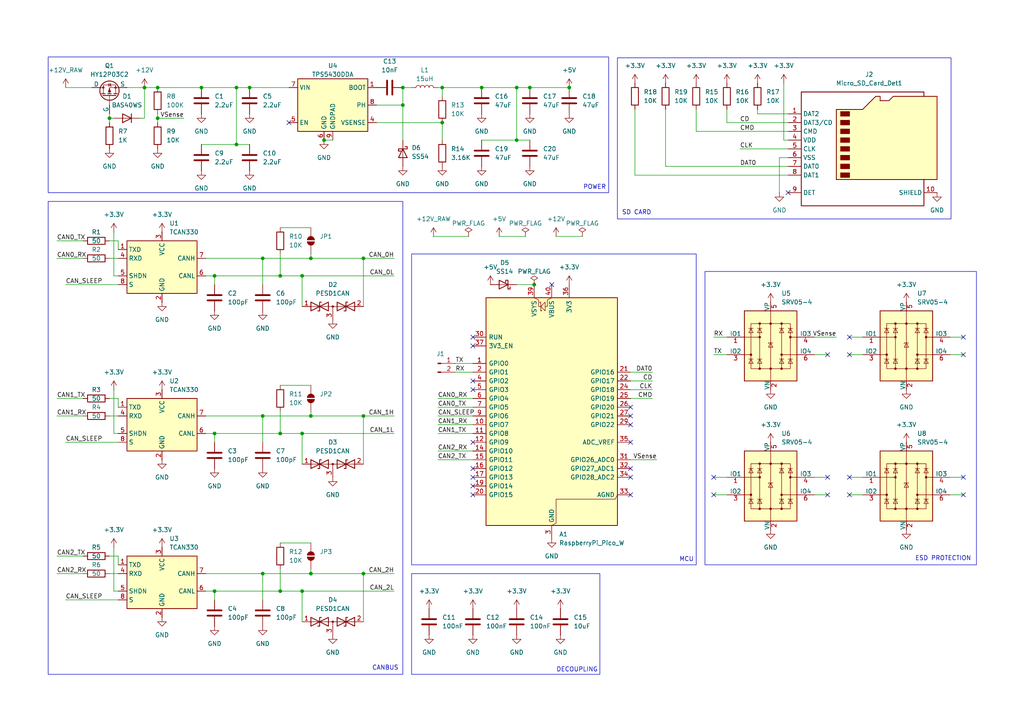
<source format=kicad_sch>
(kicad_sch (version 20250114) (generator "eeschema") (generator_version "9.0")
  (paper "A4")
  (rectangle (start 204.47 78.74) (end 283.21 163.83))
  (rectangle (start 13.97 58.42) (end 116.84 195.58))
  (rectangle (start 179.07 16.764) (end 275.844 63.5))
  (rectangle (start 119.38 166.37) (end 173.99 195.58))
  (rectangle (start 13.97 16.51) (end 176.53 55.88))
  (rectangle (start 119.38 73.66) (end 201.93 163.83))
  (text "ESD PROTECTION" (at 273.558 162.052 0) (effects (font (size 1.27 1.27))))
  (text "SD CARD" (at 184.658 61.722 0) (effects (font (size 1.27 1.27))))
  (text "DECOUPLING" (at 167.386 194.31 0) (effects (font (size 1.27 1.27))))
  (text "MCU" (at 199.136 162.306 0) (effects (font (size 1.27 1.27))))
  (text "CANBUS" (at 111.76 193.802 0) (effects (font (size 1.27 1.27))))
  (text "POWER" (at 172.466 54.356 0) (effects (font (size 1.27 1.27))))
  (junction (at 116.84 30.48))
  (junction (at 149.86 25.4))
  (junction (at 105.41 166.37))
  (junction (at 128.27 25.4))
  (junction (at 90.17 74.93))
  (junction (at 81.28 171.45))
  (junction (at 72.39 25.4))
  (junction (at 165.1 25.4))
  (junction (at 62.23 125.73))
  (junction (at 68.58 41.91))
  (junction (at 93.98 40.64))
  (junction (at 62.23 171.45))
  (junction (at 68.58 25.4))
  (junction (at 105.41 120.65))
  (junction (at 31.75 34.29))
  (junction (at 81.28 125.73))
  (junction (at 87.63 171.45))
  (junction (at 90.17 166.37))
  (junction (at 90.17 120.65))
  (junction (at 76.2 166.37))
  (junction (at 81.28 80.01))
  (junction (at 87.63 80.01))
  (junction (at 128.27 35.56))
  (junction (at 154.94 82.55))
  (junction (at 62.23 80.01))
  (junction (at 116.84 25.4))
  (junction (at 105.41 74.93))
  (junction (at 45.72 34.29))
  (junction (at 45.72 25.4))
  (junction (at 76.2 74.93))
  (junction (at 41.91 25.4))
  (junction (at 87.63 125.73))
  (junction (at 76.2 120.65))
  (junction (at 139.7 25.4))
  (junction (at 58.42 25.4))
  (junction (at 153.67 25.4))
  (junction (at 149.86 40.64))
  (no_connect (at 279.4 102.87))
  (no_connect (at 246.38 138.43))
  (no_connect (at 228.6 55.88))
  (no_connect (at 182.88 118.11))
  (no_connect (at 279.4 97.79))
  (no_connect (at 137.16 113.03))
  (no_connect (at 83.82 35.56))
  (no_connect (at 182.88 120.65))
  (no_connect (at 207.01 138.43))
  (no_connect (at 182.88 135.89))
  (no_connect (at 182.88 128.27))
  (no_connect (at 279.4 138.43))
  (no_connect (at 246.38 97.79))
  (no_connect (at 137.16 100.33))
  (no_connect (at 137.16 128.27))
  (no_connect (at 246.38 102.87))
  (no_connect (at 137.16 110.49))
  (no_connect (at 137.16 140.97))
  (no_connect (at 279.4 143.51))
  (no_connect (at 137.16 135.89))
  (no_connect (at 137.16 97.79))
  (no_connect (at 207.01 143.51))
  (no_connect (at 137.16 143.51))
  (no_connect (at 182.88 123.19))
  (no_connect (at 137.16 138.43))
  (no_connect (at 240.03 138.43))
  (no_connect (at 182.88 138.43))
  (no_connect (at 182.88 143.51))
  (no_connect (at 240.03 102.87))
  (no_connect (at 246.38 143.51))
  (no_connect (at 240.03 143.51))
  (no_connect (at 160.02 82.55))
  (wire (pts (xy 41.91 25.4) (xy 41.91 34.29)))
  (wire (pts (xy 149.86 82.55) (xy 154.94 82.55)))
  (wire (pts (xy 62.23 171.45) (xy 62.23 173.99)))
  (wire (pts (xy 34.29 161.29) (xy 34.29 163.83)))
  (wire (pts (xy 105.41 74.93) (xy 105.41 88.9)))
  (wire (pts (xy 240.03 143.51) (xy 236.22 143.51)))
  (wire (pts (xy 105.41 74.93) (xy 114.3 74.93)))
  (wire (pts (xy 81.28 80.01) (xy 87.63 80.01)))
  (wire (pts (xy 105.41 120.65) (xy 105.41 134.62)))
  (wire (pts (xy 109.22 35.56) (xy 128.27 35.56)))
  (wire (pts (xy 76.2 74.93) (xy 76.2 82.55)))
  (wire (pts (xy 153.67 25.4) (xy 165.1 25.4)))
  (wire (pts (xy 31.75 115.57) (xy 34.29 115.57)))
  (wire (pts (xy 227.33 24.13) (xy 227.33 40.64)))
  (wire (pts (xy 207.01 97.79) (xy 210.82 97.79)))
  (wire (pts (xy 246.38 143.51) (xy 250.19 143.51)))
  (wire (pts (xy 59.69 125.73) (xy 62.23 125.73)))
  (wire (pts (xy 105.41 120.65) (xy 114.3 120.65)))
  (wire (pts (xy 16.51 74.93) (xy 24.13 74.93)))
  (wire (pts (xy 90.17 166.37) (xy 105.41 166.37)))
  (wire (pts (xy 127 123.19) (xy 137.16 123.19)))
  (wire (pts (xy 190.5 133.35) (xy 182.88 133.35)))
  (wire (pts (xy 226.06 55.88) (xy 226.06 45.72)))
  (wire (pts (xy 31.75 166.37) (xy 34.29 166.37)))
  (wire (pts (xy 87.63 125.73) (xy 114.3 125.73)))
  (wire (pts (xy 127 120.65) (xy 137.16 120.65)))
  (wire (pts (xy 33.02 158.75) (xy 33.02 171.45)))
  (wire (pts (xy 242.57 97.79) (xy 236.22 97.79)))
  (wire (pts (xy 62.23 80.01) (xy 62.23 82.55)))
  (wire (pts (xy 189.23 115.57) (xy 182.88 115.57)))
  (wire (pts (xy 62.23 171.45) (xy 81.28 171.45)))
  (wire (pts (xy 31.75 69.85) (xy 34.29 69.85)))
  (wire (pts (xy 127 25.4) (xy 128.27 25.4)))
  (wire (pts (xy 184.15 31.75) (xy 184.15 50.8)))
  (wire (pts (xy 72.39 25.4) (xy 83.82 25.4)))
  (wire (pts (xy 59.69 74.93) (xy 76.2 74.93)))
  (wire (pts (xy 161.29 68.58) (xy 168.91 68.58)))
  (wire (pts (xy 45.72 34.29) (xy 45.72 33.02)))
  (wire (pts (xy 34.29 69.85) (xy 34.29 72.39)))
  (wire (pts (xy 153.67 40.64) (xy 149.86 40.64)))
  (wire (pts (xy 16.51 120.65) (xy 24.13 120.65)))
  (wire (pts (xy 68.58 41.91) (xy 72.39 41.91)))
  (wire (pts (xy 90.17 165.1) (xy 90.17 166.37)))
  (wire (pts (xy 59.69 171.45) (xy 62.23 171.45)))
  (wire (pts (xy 90.17 119.38) (xy 90.17 120.65)))
  (wire (pts (xy 81.28 119.38) (xy 81.28 125.73)))
  (wire (pts (xy 139.7 40.64) (xy 149.86 40.64)))
  (wire (pts (xy 36.83 25.4) (xy 41.91 25.4)))
  (wire (pts (xy 210.82 35.56) (xy 228.6 35.56)))
  (wire (pts (xy 81.28 125.73) (xy 87.63 125.73)))
  (wire (pts (xy 19.05 173.99) (xy 34.29 173.99)))
  (wire (pts (xy 193.04 48.26) (xy 228.6 48.26)))
  (wire (pts (xy 90.17 120.65) (xy 105.41 120.65)))
  (wire (pts (xy 33.02 171.45) (xy 34.29 171.45)))
  (wire (pts (xy 189.23 113.03) (xy 182.88 113.03)))
  (wire (pts (xy 87.63 125.73) (xy 87.63 134.62)))
  (wire (pts (xy 41.91 34.29) (xy 40.64 34.29)))
  (wire (pts (xy 33.02 67.31) (xy 33.02 80.01)))
  (wire (pts (xy 128.27 27.94) (xy 128.27 25.4)))
  (wire (pts (xy 87.63 171.45) (xy 114.3 171.45)))
  (wire (pts (xy 207.01 102.87) (xy 210.82 102.87)))
  (wire (pts (xy 53.34 34.29) (xy 45.72 34.29)))
  (wire (pts (xy 58.42 41.91) (xy 68.58 41.91)))
  (wire (pts (xy 81.28 171.45) (xy 87.63 171.45)))
  (wire (pts (xy 201.93 38.1) (xy 228.6 38.1)))
  (wire (pts (xy 116.84 30.48) (xy 109.22 30.48)))
  (wire (pts (xy 59.69 120.65) (xy 76.2 120.65)))
  (wire (pts (xy 184.15 50.8) (xy 228.6 50.8)))
  (wire (pts (xy 116.84 40.64) (xy 116.84 30.48)))
  (wire (pts (xy 189.23 107.95) (xy 182.88 107.95)))
  (wire (pts (xy 59.69 166.37) (xy 76.2 166.37)))
  (wire (pts (xy 127 115.57) (xy 137.16 115.57)))
  (wire (pts (xy 87.63 80.01) (xy 87.63 88.9)))
  (wire (pts (xy 76.2 120.65) (xy 76.2 128.27)))
  (wire (pts (xy 116.84 25.4) (xy 116.84 30.48)))
  (wire (pts (xy 31.75 34.29) (xy 31.75 35.56)))
  (wire (pts (xy 139.7 25.4) (xy 149.86 25.4)))
  (wire (pts (xy 58.42 25.4) (xy 68.58 25.4)))
  (wire (pts (xy 16.51 115.57) (xy 24.13 115.57)))
  (wire (pts (xy 207.01 138.43) (xy 210.82 138.43)))
  (wire (pts (xy 76.2 74.93) (xy 90.17 74.93)))
  (wire (pts (xy 16.51 161.29) (xy 24.13 161.29)))
  (wire (pts (xy 219.71 33.02) (xy 228.6 33.02)))
  (wire (pts (xy 81.28 73.66) (xy 81.28 80.01)))
  (wire (pts (xy 226.06 45.72) (xy 228.6 45.72)))
  (wire (pts (xy 227.33 40.64) (xy 228.6 40.64)))
  (wire (pts (xy 207.01 143.51) (xy 210.82 143.51)))
  (wire (pts (xy 128.27 25.4) (xy 139.7 25.4)))
  (wire (pts (xy 105.41 166.37) (xy 105.41 180.34)))
  (wire (pts (xy 105.41 166.37) (xy 114.3 166.37)))
  (wire (pts (xy 16.51 69.85) (xy 24.13 69.85)))
  (wire (pts (xy 31.75 161.29) (xy 34.29 161.29)))
  (wire (pts (xy 62.23 80.01) (xy 81.28 80.01)))
  (wire (pts (xy 31.75 34.29) (xy 31.75 33.02)))
  (wire (pts (xy 90.17 66.04) (xy 81.28 66.04)))
  (wire (pts (xy 93.98 40.64) (xy 96.52 40.64)))
  (wire (pts (xy 189.23 110.49) (xy 182.88 110.49)))
  (wire (pts (xy 279.4 143.51) (xy 275.59 143.51)))
  (wire (pts (xy 240.03 102.87) (xy 236.22 102.87)))
  (wire (pts (xy 68.58 25.4) (xy 72.39 25.4)))
  (wire (pts (xy 45.72 25.4) (xy 58.42 25.4)))
  (wire (pts (xy 193.04 31.75) (xy 193.04 48.26)))
  (wire (pts (xy 33.02 125.73) (xy 34.29 125.73)))
  (wire (pts (xy 149.86 40.64) (xy 149.86 25.4)))
  (wire (pts (xy 90.17 73.66) (xy 90.17 74.93)))
  (wire (pts (xy 219.71 31.75) (xy 219.71 33.02)))
  (wire (pts (xy 16.51 166.37) (xy 24.13 166.37)))
  (wire (pts (xy 76.2 166.37) (xy 90.17 166.37)))
  (wire (pts (xy 246.38 138.43) (xy 250.19 138.43)))
  (wire (pts (xy 132.08 105.41) (xy 137.16 105.41)))
  (wire (pts (xy 149.86 25.4) (xy 153.67 25.4)))
  (wire (pts (xy 127 133.35) (xy 137.16 133.35)))
  (wire (pts (xy 90.17 157.48) (xy 81.28 157.48)))
  (wire (pts (xy 246.38 97.79) (xy 250.19 97.79)))
  (wire (pts (xy 246.38 102.87) (xy 250.19 102.87)))
  (wire (pts (xy 87.63 171.45) (xy 87.63 180.34)))
  (wire (pts (xy 210.82 31.75) (xy 210.82 35.56)))
  (wire (pts (xy 90.17 74.93) (xy 105.41 74.93)))
  (wire (pts (xy 68.58 41.91) (xy 68.58 25.4)))
  (wire (pts (xy 31.75 120.65) (xy 34.29 120.65)))
  (wire (pts (xy 127 118.11) (xy 137.16 118.11)))
  (wire (pts (xy 76.2 166.37) (xy 76.2 173.99)))
  (wire (pts (xy 240.03 138.43) (xy 236.22 138.43)))
  (wire (pts (xy 62.23 125.73) (xy 62.23 128.27)))
  (wire (pts (xy 45.72 35.56) (xy 45.72 34.29)))
  (wire (pts (xy 76.2 120.65) (xy 90.17 120.65)))
  (wire (pts (xy 81.28 165.1) (xy 81.28 171.45)))
  (wire (pts (xy 34.29 115.57) (xy 34.29 118.11)))
  (wire (pts (xy 279.4 102.87) (xy 275.59 102.87)))
  (wire (pts (xy 127 130.81) (xy 137.16 130.81)))
  (wire (pts (xy 62.23 125.73) (xy 81.28 125.73)))
  (wire (pts (xy 33.02 80.01) (xy 34.29 80.01)))
  (wire (pts (xy 19.05 82.55) (xy 34.29 82.55)))
  (wire (pts (xy 128.27 40.64) (xy 128.27 35.56)))
  (wire (pts (xy 33.02 113.03) (xy 33.02 125.73)))
  (wire (pts (xy 90.17 111.76) (xy 81.28 111.76)))
  (wire (pts (xy 127 125.73) (xy 137.16 125.73)))
  (wire (pts (xy 33.02 34.29) (xy 31.75 34.29)))
  (wire (pts (xy 116.84 25.4) (xy 119.38 25.4)))
  (wire (pts (xy 214.63 43.18) (xy 228.6 43.18)))
  (wire (pts (xy 125.73 68.58) (xy 135.89 68.58)))
  (wire (pts (xy 87.63 80.01) (xy 114.3 80.01)))
  (wire (pts (xy 59.69 80.01) (xy 62.23 80.01)))
  (wire (pts (xy 201.93 31.75) (xy 201.93 38.1)))
  (wire (pts (xy 41.91 25.4) (xy 45.72 25.4)))
  (wire (pts (xy 132.08 107.95) (xy 137.16 107.95)))
  (wire (pts (xy 31.75 74.93) (xy 34.29 74.93)))
  (wire (pts (xy 19.05 128.27) (xy 34.29 128.27)))
  (wire (pts (xy 279.4 138.43) (xy 275.59 138.43)))
  (wire (pts (xy 26.67 25.4) (xy 19.05 25.4)))
  (wire (pts (xy 144.78 68.58) (xy 152.4 68.58)))
  (wire (pts (xy 279.4 97.79) (xy 275.59 97.79)))
  (label "CMD" (at 189.23 115.57 180))
  (label "CAN0_RX" (at 127 115.57 0))
  (label "DAT0" (at 189.23 107.95 180))
  (label "CAN1_RX" (at 16.51 120.65 0))
  (label "CAN_SLEEP" (at 19.05 173.99 0))
  (label "VSense" (at 190.5 133.35 180))
  (label "RX" (at 207.01 97.79 0))
  (label "CAN2_TX" (at 16.51 161.29 0))
  (label "CAN_1L" (at 114.3 125.73 180))
  (label "CAN0_TX" (at 16.51 69.85 0))
  (label "CAN2_RX" (at 16.51 166.37 0))
  (label "CAN_1H" (at 114.3 120.65 180))
  (label "CAN0_RX" (at 16.51 74.93 0))
  (label "RX" (at 132.08 107.95 0))
  (label "CAN_2H" (at 114.3 166.37 180))
  (label "CAN_SLEEP" (at 19.05 82.55 0))
  (label "DAT0" (at 214.63 48.26 0))
  (label "CLK" (at 189.23 113.03 180))
  (label "VSense" (at 242.57 97.79 180))
  (label "CMD" (at 214.63 38.1 0))
  (label "CAN1_TX" (at 16.51 115.57 0))
  (label "CAN2_TX" (at 127 133.35 0))
  (label "CD" (at 214.63 35.56 0))
  (label "CAN2_RX" (at 127 130.81 0))
  (label "CAN_SLEEP" (at 19.05 128.27 0))
  (label "VSense" (at 53.34 34.29 180))
  (label "CAN_0H" (at 114.3 74.93 180))
  (label "CAN0_TX" (at 127 118.11 0))
  (label "CLK" (at 214.63 43.18 0))
  (label "TX" (at 132.08 105.41 0))
  (label "CAN_2L" (at 114.3 171.45 180))
  (label "TX" (at 207.01 102.87 0))
  (label "CAN1_TX" (at 127 125.73 0))
  (label "CD" (at 189.23 110.49 180))
  (label "CAN1_RX" (at 127 123.19 0))
  (label "CAN_0L" (at 114.3 80.01 180))
  (label "CAN_SLEEP" (at 127 120.65 0))
  (symbol (lib_id "power:GND") (at 139.7 48.26 0) (unit 1)
    (property "Reference" "#PWR011" (effects (hide yes)))
    (property "Value" "GND" (at 139.7 53.34 0))
    (property "Description" "Power symbol creates a global label with name \"GND\" , ground" (effects (hide yes)))
  )
  (symbol (lib_id "power:+3.3V") (at 33.02 113.03 0) (unit 1)
    (property "Reference" "#PWR046" (effects (hide yes)))
    (property "Value" "+3.3V" (at 33.02 107.95 0))
    (property "Description" "Power symbol creates a global label with name \"+3.3V\"" (effects (hide yes)))
  )
  (symbol (lib_id "power:+3.3V") (at 46.99 113.03 0) (unit 1)
    (property "Reference" "#PWR047" (effects (hide yes)))
    (property "Value" "+3.3V" (at 46.99 107.95 0))
    (property "Description" "Power symbol creates a global label with name \"+3.3V\"" (effects (hide yes)))
  )
  (symbol (lib_id "power:PWR_FLAG") (at 152.4 68.58 0) (unit 1)
    (property "Reference" "#FLG04" (effects (hide yes)))
    (property "Value" "PWR_FLAG" (at 152.4 64.77 0))
    (property "Description" "Special symbol for telling ERC where power comes from" (effects (hide yes)))
  )
  (symbol (lib_id "Device:C") (at 58.42 45.72 0) (unit 1)
    (property "Reference" "C9" (at 62.23 44.4499 0) (effects (justify left)))
    (property "Value" "2.2uF" (at 62.23 46.9899 0) (effects (justify left)))
    (property "Footprint" "Capacitor_SMD:C_0805_2012Metric" (effects (hide yes)))
    (property "Description" "Unpolarized capacitor" (effects (hide yes)))
  )
  (symbol (lib_id "Device:L") (at 123.19 25.4 90) (unit 1)
    (property "Reference" "L1" (at 123.19 20.32 90))
    (property "Value" "15uH" (at 123.19 22.86 90))
    (property "Footprint" "Inductor_SMD:L_10.4x10.4_H4.8" (effects (hide yes)))
    (property "Description" "Inductor" (effects (hide yes)))
  )
  (symbol (lib_id "power:GND") (at 58.42 33.02 0) (unit 1)
    (property "Reference" "#PWR06" (effects (hide yes)))
    (property "Value" "GND" (at 58.42 38.1 0))
    (property "Description" "Power symbol creates a global label with name \"GND\" , ground" (effects (hide yes)))
  )
  (symbol (lib_id "Device:C") (at 124.46 180.34 0) (unit 1)
    (property "Reference" "C11" (at 128.27 179.0699 0) (effects (justify left)))
    (property "Value" "100nF" (at 128.27 181.6099 0) (effects (justify left)))
    (property "Footprint" "Capacitor_SMD:C_0402_1005Metric" (effects (hide yes)))
    (property "Description" "Unpolarized capacitor" (effects (hide yes)))
    (property "LCSC" "C1525" (effects (hide yes)))
  )
  (symbol (lib_id "Device:R") (at 184.15 27.94 0) (unit 1)
    (property "Reference" "R18" (at 186.69 26.6699 0) (effects (justify left)))
    (property "Value" "10K" (at 186.69 29.2099 0) (effects (justify left)))
    (property "Footprint" "Resistor_SMD:R_0402_1005Metric" (effects (hide yes)))
    (property "Description" "Resistor" (effects (hide yes)))
  )
  (symbol (lib_id "power:GND") (at 124.46 184.15 0) (unit 1)
    (property "Reference" "#PWR029" (effects (hide yes)))
    (property "Value" "GND" (at 124.46 189.23 0))
    (property "Description" "Power symbol creates a global label with name \"GND\" , ground" (effects (hide yes)))
  )
  (symbol (lib_id "power:+5V") (at 142.24 82.55 0) (unit 1)
    (property "Reference" "#PWR030" (effects (hide yes)))
    (property "Value" "+5V" (at 142.24 77.47 0))
    (property "Description" "Power symbol creates a global label with name \"+5V\"" (effects (hide yes)))
  )
  (symbol (lib_id "Device:R") (at 128.27 44.45 0) (unit 1)
    (property "Reference" "R14" (at 130.81 43.1799 0) (effects (justify left)))
    (property "Value" "3.16K" (at 130.81 45.7199 0) (effects (justify left)))
    (property "Footprint" "Resistor_SMD:R_0402_1005Metric" (effects (hide yes)))
    (property "Description" "Resistor" (effects (hide yes)))
  )
  (symbol (lib_id "Device:C") (at 113.03 25.4 90) (unit 1)
    (property "Reference" "C13" (at 113.03 17.78 90))
    (property "Value" "10nF" (at 113.03 20.32 90))
    (property "Footprint" "Capacitor_SMD:C_0402_1005Metric" (effects (hide yes)))
    (property "Description" "Unpolarized capacitor" (effects (hide yes)))
  )
  (symbol (lib_id "Device:C") (at 149.86 180.34 0) (unit 1)
    (property "Reference" "C14" (at 153.67 179.0699 0) (effects (justify left)))
    (property "Value" "100nF" (at 153.67 181.6099 0) (effects (justify left)))
    (property "Footprint" "Capacitor_SMD:C_0402_1005Metric" (effects (hide yes)))
    (property "Description" "Unpolarized capacitor" (effects (hide yes)))
    (property "LCSC" "C1525" (effects (hide yes)))
  )
  (symbol (lib_id "Device:R") (at 27.94 166.37 90) (unit 1)
    (property "Reference" "R6" (at 27.94 163.83 90))
    (property "Value" "50" (at 27.94 166.37 90))
    (property "Footprint" "Resistor_SMD:R_0402_1005Metric" (effects (hide yes)))
    (property "Description" "Resistor" (effects (hide yes)))
  )
  (symbol (lib_id "power:+3.3V") (at 46.99 67.31 0) (unit 1)
    (property "Reference" "#PWR020" (effects (hide yes)))
    (property "Value" "+3.3V" (at 46.99 62.23 0))
    (property "Description" "Power symbol creates a global label with name \"+3.3V\"" (effects (hide yes)))
  )
  (symbol (lib_id "power:+3.3V") (at 262.89 87.63 0) (unit 1)
    (property "Reference" "#PWR031" (effects (hide yes)))
    (property "Value" "+3.3V" (at 262.89 82.55 0))
    (property "Description" "Power symbol creates a global label with name \"+3.3V\"" (effects (hide yes)))
  )
  (symbol (lib_id "power:GND") (at 262.89 153.67 0) (unit 1)
    (property "Reference" "#PWR065" (effects (hide yes)))
    (property "Value" "GND" (at 262.89 158.75 0))
    (property "Description" "Power symbol creates a global label with name \"GND\" , ground" (effects (hide yes)))
  )
  (symbol (lib_id "Device:R") (at 31.75 39.37 0) (unit 1)
    (property "Reference" "R7" (at 34.29 38.0999 0) (effects (justify left)))
    (property "Value" "1K" (at 34.29 40.6399 0) (effects (justify left)))
    (property "Footprint" "Resistor_SMD:R_0402_1005Metric" (effects (hide yes)))
    (property "Description" "Resistor" (effects (hide yes)))
  )
  (symbol (lib_id "power:+3.3V") (at 262.89 128.27 0) (unit 1)
    (property "Reference" "#PWR064" (effects (hide yes)))
    (property "Value" "+3.3V" (at 262.89 123.19 0))
    (property "Description" "Power symbol creates a global label with name \"+3.3V\"" (effects (hide yes)))
  )
  (symbol (lib_id "power:+3.3V") (at 227.33 24.13 0) (unit 1)
    (property "Reference" "#PWR034" (effects (hide yes)))
    (property "Value" "+3.3V" (at 227.33 19.05 0))
    (property "Description" "Power symbol creates a global label with name \"+3.3V\"" (effects (hide yes)))
  )
  (symbol (lib_id "Device:C") (at 139.7 44.45 0) (unit 1)
    (property "Reference" "C19" (at 143.51 43.1799 0) (effects (justify left)))
    (property "Value" "47uF" (at 143.51 45.7199 0) (effects (justify left)))
    (property "Footprint" "Capacitor_SMD:C_0805_2012Metric" (effects (hide yes)))
    (property "Description" "Unpolarized capacitor" (effects (hide yes)))
  )
  (symbol (lib_id "Device:D_TVS_Dual_AAC") (at 96.52 134.62 0) (unit 1)
    (property "Reference" "D3" (at 96.52 128.27 0))
    (property "Value" "PESD1CAN" (at 96.52 130.81 0))
    (property "Footprint" "Package_TO_SOT_SMD:SOT-23" (effects (hide yes)))
    (property "Description" "Bidirectional dual transient-voltage-suppression diode, center on pin 3" (effects (hide yes)))
    (property "LCSC" "C907839" (effects (hide yes)))
  )
  (symbol (lib_id "Regulator_Switching:TPS5430DDA") (at 96.52 30.48 0) (unit 1)
    (property "Reference" "U4" (at 96.52 19.05 0))
    (property "Value" "TPS5430DDA" (at 96.52 21.59 0))
    (property "Footprint" "Package_SO:TI_SO-PowerPAD-8_ThermalVias" (effects (hide yes)))
    (property "Datasheet" "http://www.ti.com/lit/ds/symlink/tps5430.pdf" (effects (hide yes)))
    (property "Description" "3A, Step Down Swift Converter, Adjustable Output Voltage, 5.5-36V Input Voltage, PowerSO-8" (effects (hide yes)))
  )
  (symbol (lib_id "power:+3.3V") (at 223.52 87.63 0) (unit 1)
    (property "Reference" "#PWR045" (effects (hide yes)))
    (property "Value" "+3.3V" (at 223.52 82.55 0))
    (property "Description" "Power symbol creates a global label with name \"+3.3V\"" (effects (hide yes)))
  )
  (symbol (lib_id "power:GND") (at 137.16 184.15 0) (unit 1)
    (property "Reference" "#PWR028" (effects (hide yes)))
    (property "Value" "GND" (at 137.16 189.23 0))
    (property "Description" "Power symbol creates a global label with name \"GND\" , ground" (effects (hide yes)))
  )
  (symbol (lib_id "power:GND") (at 271.78 55.88 0) (unit 1)
    (property "Reference" "#PWR061" (effects (hide yes)))
    (property "Value" "GND" (at 271.78 60.96 0))
    (property "Description" "Power symbol creates a global label with name \"GND\" , ground" (effects (hide yes)))
  )
  (symbol (lib_id "power:GND") (at 226.06 55.88 0) (unit 1)
    (property "Reference" "#PWR062" (effects (hide yes)))
    (property "Value" "GND" (at 226.06 60.96 0))
    (property "Description" "Power symbol creates a global label with name \"GND\" , ground" (effects (hide yes)))
  )
  (symbol (lib_id "power:+3.3V") (at 184.15 24.13 0) (unit 1)
    (property "Reference" "#PWR038" (effects (hide yes)))
    (property "Value" "+3.3V" (at 184.15 19.05 0))
    (property "Description" "Power symbol creates a global label with name \"+3.3V\"" (effects (hide yes)))
  )
  (symbol (lib_id "Power_Protection:SRV05-4") (at 262.89 100.33 0) (unit 1)
    (property "Reference" "U7" (at 266.0081 85.09 0) (effects (justify left)))
    (property "Value" "SRV05-4" (at 266.0081 87.63 0) (effects (justify left)))
    (property "Footprint" "Package_TO_SOT_SMD:SOT-23-6" (effects (hide yes)))
    (property "Datasheet" "http://www.onsemi.com/pub/Collateral/SRV05-4-D.PDF" (effects (hide yes)))
    (property "Description" "ESD Protection Diodes with Low Clamping Voltage, SOT-23-6" (effects (hide yes)))
  )
  (symbol (lib_id "power:GND") (at 153.67 33.02 0) (unit 1)
    (property "Reference" "#PWR09" (effects (hide yes)))
    (property "Value" "GND" (at 153.67 38.1 0))
    (property "Description" "Power symbol creates a global label with name \"GND\" , ground" (effects (hide yes)))
  )
  (symbol (lib_id "Device:R") (at 81.28 115.57 0) (unit 1)
    (property "Reference" "R11" (at 83.82 114.2999 0) (effects (justify left)))
    (property "Value" "10K" (at 83.82 116.8399 0) (effects (justify left)))
    (property "Footprint" "Resistor_SMD:R_0402_1005Metric" (effects (hide yes)))
    (property "Description" "Resistor" (effects (hide yes)))
  )
  (symbol (lib_id "power:GND") (at 96.52 184.15 0) (unit 1)
    (property "Reference" "#PWR055" (effects (hide yes)))
    (property "Value" "GND" (at 96.52 189.23 0))
    (property "Description" "Power symbol creates a global label with name \"GND\" , ground" (effects (hide yes)))
  )
  (symbol (lib_id "power:GND") (at 223.52 153.67 0) (unit 1)
    (property "Reference" "#PWR063" (effects (hide yes)))
    (property "Value" "GND" (at 223.52 158.75 0))
    (property "Description" "Power symbol creates a global label with name \"GND\" , ground" (effects (hide yes)))
  )
  (symbol (lib_id "power:GND") (at 72.39 49.53 0) (unit 1)
    (property "Reference" "#PWR03" (effects (hide yes)))
    (property "Value" "GND" (at 72.39 54.61 0))
    (property "Description" "Power symbol creates a global label with name \"GND\" , ground" (effects (hide yes)))
  )
  (symbol (lib_id "Connector:Conn_01x02_Pin") (at 127 105.41 0) (unit 1)
    (property "Reference" "J1" (at 127.762 102.616 0))
    (property "Value" "Conn_01x02_Pin" (effects (hide yes)))
    (property "Footprint" "Connector_JST:JST_XH_B2B-XH-A_1x02_P2.50mm_Vertical" (effects (hide yes)))
    (property "Description" "Generic connector, single row, 01x02, script generated" (effects (hide yes)))
  )
  (symbol (lib_id "Device:C") (at 139.7 29.21 0) (unit 1)
    (property "Reference" "C16" (at 143.51 27.9399 0) (effects (justify left)))
    (property "Value" "47uF" (at 143.51 30.4799 0) (effects (justify left)))
    (property "Footprint" "Capacitor_SMD:C_0805_2012Metric" (effects (hide yes)))
    (property "Description" "Unpolarized capacitor" (effects (hide yes)))
  )
  (symbol (lib_id "power:GND") (at 116.84 48.26 0) (unit 1)
    (property "Reference" "#PWR02" (effects (hide yes)))
    (property "Value" "GND" (at 116.84 53.34 0))
    (property "Description" "Power symbol creates a global label with name \"GND\" , ground" (effects (hide yes)))
  )
  (symbol (lib_id "power:+3.3V") (at 137.16 176.53 0) (unit 1)
    (property "Reference" "#PWR026" (effects (hide yes)))
    (property "Value" "+3.3V" (at 137.16 171.45 0))
    (property "Description" "Power symbol creates a global label with name \"+3.3V\"" (effects (hide yes)))
  )
  (symbol (lib_id "Device:R") (at 45.72 39.37 0) (unit 1)
    (property "Reference" "R9" (at 48.26 38.0999 0) (effects (justify left)))
    (property "Value" "10K" (at 48.26 40.6399 0) (effects (justify left)))
    (property "Footprint" "Resistor_SMD:R_0402_1005Metric" (effects (hide yes)))
    (property "Description" "Resistor" (effects (hide yes)))
  )
  (symbol (lib_id "Device:R") (at 128.27 31.75 0) (unit 1)
    (property "Reference" "R13" (at 130.81 30.4799 0) (effects (justify left)))
    (property "Value" "10K" (at 130.81 33.0199 0) (effects (justify left)))
    (property "Footprint" "Resistor_SMD:R_0402_1005Metric" (effects (hide yes)))
    (property "Description" "Resistor" (effects (hide yes)))
  )
  (symbol (lib_id "power:PWR_FLAG") (at 168.91 68.58 0) (unit 1)
    (property "Reference" "#FLG02" (effects (hide yes)))
    (property "Value" "PWR_FLAG" (at 168.91 64.77 0))
    (property "Description" "Special symbol for telling ERC where power comes from" (effects (hide yes)))
  )
  (symbol (lib_id "power:GND") (at 153.67 48.26 0) (unit 1)
    (property "Reference" "#PWR012" (effects (hide yes)))
    (property "Value" "GND" (at 153.67 53.34 0))
    (property "Description" "Power symbol creates a global label with name \"GND\" , ground" (effects (hide yes)))
  )
  (symbol (lib_id "Device:D_TVS_Dual_AAC") (at 96.52 180.34 0) (unit 1)
    (property "Reference" "D4" (at 96.52 173.99 0))
    (property "Value" "PESD1CAN" (at 96.52 176.53 0))
    (property "Footprint" "Package_TO_SOT_SMD:SOT-23" (effects (hide yes)))
    (property "Description" "Bidirectional dual transient-voltage-suppression diode, center on pin 3" (effects (hide yes)))
    (property "LCSC" "C907839" (effects (hide yes)))
  )
  (symbol (lib_id "power:+12V") (at 161.29 68.58 0) (unit 1)
    (property "Reference" "#PWR053" (effects (hide yes)))
    (property "Value" "+12V" (at 161.29 63.5 0))
    (property "Description" "Power symbol creates a global label with name \"+12V\"" (effects (hide yes)))
  )
  (symbol (lib_id "power:+3.3V") (at 210.82 24.13 0) (unit 1)
    (property "Reference" "#PWR040" (effects (hide yes)))
    (property "Value" "+3.3V" (at 210.82 19.05 0))
    (property "Description" "Power symbol creates a global label with name \"+3.3V\"" (effects (hide yes)))
  )
  (symbol (lib_id "power:GND") (at 139.7 33.02 0) (unit 1)
    (property "Reference" "#PWR08" (effects (hide yes)))
    (property "Value" "GND" (at 139.7 38.1 0))
    (property "Description" "Power symbol creates a global label with name \"GND\" , ground" (effects (hide yes)))
  )
  (symbol (lib_id "Device:C") (at 76.2 177.8 0) (unit 1)
    (property "Reference" "C8" (at 80.01 176.5299 0) (effects (justify left)))
    (property "Value" "100pF" (at 80.01 179.0699 0) (effects (justify left)))
    (property "Footprint" "Capacitor_SMD:C_0402_1005Metric" (effects (hide yes)))
    (property "Description" "Unpolarized capacitor" (effects (hide yes)))
    (property "LCSC" "C1546" (effects (hide yes)))
  )
  (symbol (lib_id "power:PWR_FLAG") (at 135.89 68.58 0) (unit 1)
    (property "Reference" "#FLG01" (effects (hide yes)))
    (property "Value" "PWR_FLAG" (at 135.89 64.77 0))
    (property "Description" "Special symbol for telling ERC where power comes from" (effects (hide yes)))
  )
  (symbol (lib_id "Power_Protection:SRV05-4") (at 223.52 140.97 0) (unit 1)
    (property "Reference" "U6" (at 226.6381 125.73 0) (effects (justify left)))
    (property "Value" "SRV05-4" (at 226.6381 128.27 0) (effects (justify left)))
    (property "Footprint" "Package_TO_SOT_SMD:SOT-23-6" (effects (hide yes)))
    (property "Datasheet" "http://www.onsemi.com/pub/Collateral/SRV05-4-D.PDF" (effects (hide yes)))
    (property "Description" "ESD Protection Diodes with Low Clamping Voltage, SOT-23-6" (effects (hide yes)))
  )
  (symbol (lib_id "power:GND") (at 62.23 135.89 0) (unit 1)
    (property "Reference" "#PWR049" (effects (hide yes)))
    (property "Value" "GND" (at 62.23 140.97 0))
    (property "Description" "Power symbol creates a global label with name \"GND\" , ground" (effects (hide yes)))
  )
  (symbol (lib_id "power:+5V") (at 165.1 25.4 0) (unit 1)
    (property "Reference" "#PWR016" (effects (hide yes)))
    (property "Value" "+5V" (at 165.1 20.32 0))
    (property "Description" "Power symbol creates a global label with name \"+5V\"" (effects (hide yes)))
  )
  (symbol (lib_id "Device:R") (at 27.94 120.65 90) (unit 1)
    (property "Reference" "R4" (at 27.94 118.11 90))
    (property "Value" "50" (at 27.94 120.65 90))
    (property "Footprint" "Resistor_SMD:R_0402_1005Metric" (effects (hide yes)))
    (property "Description" "Resistor" (effects (hide yes)))
  )
  (symbol (lib_id "Device:D_Schottky") (at 116.84 44.45 270) (unit 1)
    (property "Reference" "D6" (at 119.38 42.8624 90) (effects (justify left)))
    (property "Value" "SS54" (at 119.38 45.4024 90) (effects (justify left)))
    (property "Footprint" "Diode_SMD:D_SMA" (effects (hide yes)))
    (property "Description" "Schottky diode" (effects (hide yes)))
    (property "LCSC" "C22452" (effects (hide yes)))
  )
  (symbol (lib_id "Power_Protection:SRV05-4") (at 262.89 140.97 0) (unit 1)
    (property "Reference" "U8" (at 266.0081 125.73 0) (effects (justify left)))
    (property "Value" "SRV05-4" (at 266.0081 128.27 0) (effects (justify left)))
    (property "Footprint" "Package_TO_SOT_SMD:SOT-23-6" (effects (hide yes)))
    (property "Datasheet" "http://www.onsemi.com/pub/Collateral/SRV05-4-D.PDF" (effects (hide yes)))
    (property "Description" "ESD Protection Diodes with Low Clamping Voltage, SOT-23-6" (effects (hide yes)))
  )
  (symbol (lib_id "Device:R") (at 193.04 27.94 0) (unit 1)
    (property "Reference" "R19" (at 195.58 26.6699 0) (effects (justify left)))
    (property "Value" "10K" (at 195.58 29.2099 0) (effects (justify left)))
    (property "Footprint" "Resistor_SMD:R_0402_1005Metric" (effects (hide yes)))
    (property "Description" "Resistor" (effects (hide yes)))
  )
  (symbol (lib_id "Interface_CAN_LIN:TCAN330") (at 46.99 168.91 0) (unit 1)
    (property "Reference" "U3" (at 49.1333 156.21 0) (effects (justify left)))
    (property "Value" "TCAN330" (at 49.1333 158.75 0) (effects (justify left)))
    (property "Footprint" "Package_SO:JEITA_SOIC-8_3.9x4.9mm_P1.27mm" (effects (hide yes)))
    (property "Datasheet" "http://www.ti.com/lit/ds/symlink/tcan337.pdf" (effects (hide yes)))
    (property "Description" "High-Speed CAN Transceiver, 1Mbps, 3.3V supply, silent mode, shutdown mode, SOT-23-8/SOIC-8" (effects (hide yes)))
  )
  (symbol (lib_id "power:GND") (at 160.02 156.21 0) (unit 1)
    (property "Reference" "#PWR018" (effects (hide yes)))
    (property "Value" "GND" (at 160.02 161.29 0))
    (property "Description" "Power symbol creates a global label with name \"GND\" , ground" (effects (hide yes)))
  )
  (symbol (lib_id "power:GND") (at 62.23 90.17 0) (unit 1)
    (property "Reference" "#PWR024" (effects (hide yes)))
    (property "Value" "GND" (at 62.23 95.25 0))
    (property "Description" "Power symbol creates a global label with name \"GND\" , ground" (effects (hide yes)))
  )
  (symbol (lib_id "power:GND") (at 96.52 92.71 0) (unit 1)
    (property "Reference" "#PWR023" (effects (hide yes)))
    (property "Value" "GND" (at 96.52 97.79 0))
    (property "Description" "Power symbol creates a global label with name \"GND\" , ground" (effects (hide yes)))
  )
  (symbol (lib_id "power:GND") (at 162.56 184.15 0) (unit 1)
    (property "Reference" "#PWR036" (effects (hide yes)))
    (property "Value" "GND" (at 162.56 189.23 0))
    (property "Description" "Power symbol creates a global label with name \"GND\" , ground" (effects (hide yes)))
  )
  (symbol (lib_id "power:+3.3V") (at 33.02 158.75 0) (unit 1)
    (property "Reference" "#PWR056" (effects (hide yes)))
    (property "Value" "+3.3V" (at 33.02 153.67 0))
    (property "Description" "Power symbol creates a global label with name \"+3.3V\"" (effects (hide yes)))
  )
  (symbol (lib_id "power:GND") (at 93.98 40.64 0) (unit 1)
    (property "Reference" "#PWR01" (effects (hide yes)))
    (property "Value" "GND" (at 93.98 45.72 0))
    (property "Description" "Power symbol creates a global label with name \"GND\" , ground" (effects (hide yes)))
  )
  (symbol (lib_id "power:GND") (at 76.2 90.17 0) (unit 1)
    (property "Reference" "#PWR025" (effects (hide yes)))
    (property "Value" "GND" (at 76.2 95.25 0))
    (property "Description" "Power symbol creates a global label with name \"GND\" , ground" (effects (hide yes)))
  )
  (symbol (lib_id "power:GND") (at 76.2 135.89 0) (unit 1)
    (property "Reference" "#PWR050" (effects (hide yes)))
    (property "Value" "GND" (at 76.2 140.97 0))
    (property "Description" "Power symbol creates a global label with name \"GND\" , ground" (effects (hide yes)))
  )
  (symbol (lib_id "Device:R") (at 27.94 69.85 90) (unit 1)
    (property "Reference" "R1" (at 27.94 67.31 90))
    (property "Value" "50" (at 27.94 69.85 90))
    (property "Footprint" "Resistor_SMD:R_0402_1005Metric" (effects (hide yes)))
    (property "Description" "Resistor" (effects (hide yes)))
  )
  (symbol (lib_id "power:+3.3V") (at 124.46 176.53 0) (unit 1)
    (property "Reference" "#PWR027" (effects (hide yes)))
    (property "Value" "+3.3V" (at 124.46 171.45 0))
    (property "Description" "Power symbol creates a global label with name \"+3.3V\"" (effects (hide yes)))
  )
  (symbol (lib_id "Power_Protection:SRV05-4") (at 223.52 100.33 0) (unit 1)
    (property "Reference" "U5" (at 226.6381 85.09 0) (effects (justify left)))
    (property "Value" "SRV05-4" (at 226.6381 87.63 0) (effects (justify left)))
    (property "Footprint" "Package_TO_SOT_SMD:SOT-23-6" (effects (hide yes)))
    (property "Datasheet" "http://www.onsemi.com/pub/Collateral/SRV05-4-D.PDF" (effects (hide yes)))
    (property "Description" "ESD Protection Diodes with Low Clamping Voltage, SOT-23-6" (effects (hide yes)))
  )
  (symbol (lib_id "Interface_CAN_LIN:TCAN330") (at 46.99 77.47 0) (unit 1)
    (property "Reference" "U1" (at 49.1333 64.77 0) (effects (justify left)))
    (property "Value" "TCAN330" (at 49.1333 67.31 0) (effects (justify left)))
    (property "Footprint" "Package_SO:JEITA_SOIC-8_3.9x4.9mm_P1.27mm" (effects (hide yes)))
    (property "Datasheet" "http://www.ti.com/lit/ds/symlink/tcan337.pdf" (effects (hide yes)))
    (property "Description" "High-Speed CAN Transceiver, 1Mbps, 3.3V supply, silent mode, shutdown mode, SOT-23-8/SOIC-8" (effects (hide yes)))
  )
  (symbol (lib_id "Device:R") (at 210.82 27.94 0) (unit 1)
    (property "Reference" "R16" (at 213.36 26.6699 0) (effects (justify left)))
    (property "Value" "10K" (at 213.36 29.2099 0) (effects (justify left)))
    (property "Footprint" "Resistor_SMD:R_0402_1005Metric" (effects (hide yes)))
    (property "Description" "Resistor" (effects (hide yes)))
  )
  (symbol (lib_id "Device:C") (at 76.2 132.08 0) (unit 1)
    (property "Reference" "C7" (at 80.01 130.8099 0) (effects (justify left)))
    (property "Value" "100pF" (at 80.01 133.3499 0) (effects (justify left)))
    (property "Footprint" "Capacitor_SMD:C_0402_1005Metric" (effects (hide yes)))
    (property "Description" "Unpolarized capacitor" (effects (hide yes)))
    (property "LCSC" "C1546" (effects (hide yes)))
  )
  (symbol (lib_id "power:+3.3V") (at 46.99 158.75 0) (unit 1)
    (property "Reference" "#PWR057" (effects (hide yes)))
    (property "Value" "+3.3V" (at 46.99 153.67 0))
    (property "Description" "Power symbol creates a global label with name \"+3.3V\"" (effects (hide yes)))
  )
  (symbol (lib_id "Device:C") (at 153.67 44.45 0) (unit 1)
    (property "Reference" "C20" (at 157.48 43.1799 0) (effects (justify left)))
    (property "Value" "47uF" (at 157.48 45.7199 0) (effects (justify left)))
    (property "Footprint" "Capacitor_SMD:C_0805_2012Metric" (effects (hide yes)))
    (property "Description" "Unpolarized capacitor" (effects (hide yes)))
  )
  (symbol (lib_id "Device:R") (at 27.94 161.29 90) (unit 1)
    (property "Reference" "R5" (at 27.94 158.75 90))
    (property "Value" "50" (at 27.94 161.29 90))
    (property "Footprint" "Resistor_SMD:R_0402_1005Metric" (effects (hide yes)))
    (property "Description" "Resistor" (effects (hide yes)))
  )
  (symbol (lib_id "power:GND") (at 58.42 49.53 0) (unit 1)
    (property "Reference" "#PWR04" (effects (hide yes)))
    (property "Value" "GND" (at 58.42 54.61 0))
    (property "Description" "Power symbol creates a global label with name \"GND\" , ground" (effects (hide yes)))
  )
  (symbol (lib_id "Connector:Micro_SD_Card_Det1") (at 251.46 43.18 0) (unit 1)
    (property "Reference" "J2" (at 252.095 21.59 0))
    (property "Value" "Micro_SD_Card_Det1" (at 252.095 24.13 0))
    (property "Footprint" "easyeda2kicad:TF-SMD_TF-01A" (effects (hide yes)))
    (property "Datasheet" "https://datasheet.lcsc.com/lcsc/2110151630_XKB-Connectivity-XKTF-015-N_C381082.pdf" (effects (hide yes)))
    (property "Description" "Micro SD Card Socket with one card detection pin" (effects (hide yes)))
  )
  (symbol (lib_id "Device:R") (at 27.94 115.57 90) (unit 1)
    (property "Reference" "R3" (at 27.94 113.03 90))
    (property "Value" "50" (at 27.94 115.57 90))
    (property "Footprint" "Resistor_SMD:R_0402_1005Metric" (effects (hide yes)))
    (property "Description" "Resistor" (effects (hide yes)))
  )
  (symbol (lib_id "power:+3.3V") (at 149.86 176.53 0) (unit 1)
    (property "Reference" "#PWR042" (effects (hide yes)))
    (property "Value" "+3.3V" (at 149.86 171.45 0))
    (property "Description" "Power symbol creates a global label with name \"+3.3V\"" (effects (hide yes)))
  )
  (symbol (lib_id "power:GND") (at 45.72 43.18 0) (unit 1)
    (property "Reference" "#PWR07" (effects (hide yes)))
    (property "Value" "GND" (at 45.72 48.26 0))
    (property "Description" "Power symbol creates a global label with name \"GND\" , ground" (effects (hide yes)))
  )
  (symbol (lib_id "power:+3.3V") (at 165.1 82.55 0) (unit 1)
    (property "Reference" "#PWR019" (effects (hide yes)))
    (property "Value" "+3.3V" (at 165.1 77.47 0))
    (property "Description" "Power symbol creates a global label with name \"+3.3V\"" (effects (hide yes)))
  )
  (symbol (lib_id "Jumper:SolderJumper_2_Open") (at 90.17 69.85 90) (unit 1) (in_bom no)
    (property "Reference" "JP1" (at 92.71 68.5799 90) (effects (justify right)))
    (property "Value" "SolderJumper_2_Open" (effects (hide yes)))
    (property "Footprint" "Jumper:SolderJumper-2_P1.3mm_Open_RoundedPad1.0x1.5mm" (effects (hide yes)))
    (property "Description" "Solder Jumper, 2-pole, open" (effects (hide yes)))
  )
  (symbol (lib_id "power:+3.3V") (at 162.56 176.53 0) (unit 1)
    (property "Reference" "#PWR035" (effects (hide yes)))
    (property "Value" "+3.3V" (at 162.56 171.45 0))
    (property "Description" "Power symbol creates a global label with name \"+3.3V\"" (effects (hide yes)))
  )
  (symbol (lib_id "power:+3.3V") (at 193.04 24.13 0) (unit 1)
    (property "Reference" "#PWR037" (effects (hide yes)))
    (property "Value" "+3.3V" (at 193.04 19.05 0))
    (property "Description" "Power symbol creates a global label with name \"+3.3V\"" (effects (hide yes)))
  )
  (symbol (lib_id "power:GND") (at 76.2 181.61 0) (unit 1)
    (property "Reference" "#PWR060" (effects (hide yes)))
    (property "Value" "GND" (at 76.2 186.69 0))
    (property "Description" "Power symbol creates a global label with name \"GND\" , ground" (effects (hide yes)))
  )
  (symbol (lib_id "Device:C") (at 162.56 180.34 0) (unit 1)
    (property "Reference" "C15" (at 166.37 179.0699 0) (effects (justify left)))
    (property "Value" "10uF" (at 166.37 181.6099 0) (effects (justify left)))
    (property "Footprint" "Capacitor_SMD:C_0603_1608Metric" (effects (hide yes)))
    (property "Description" "Unpolarized capacitor" (effects (hide yes)))
    (property "LCSC" "C1525" (effects (hide yes)))
  )
  (symbol (lib_id "Device:D") (at 36.83 34.29 180) (unit 1)
    (property "Reference" "D1" (at 36.83 27.94 0))
    (property "Value" "BAS40WS" (at 36.83 30.48 0))
    (property "Footprint" "Diode_SMD:D_SOD-323" (effects (hide yes)))
    (property "Description" "Diode" (effects (hide yes)))
    (property "Sim.Device" "D" (effects (hide yes)))
    (property "Sim.Pins" "1=K 2=A" (effects (hide yes)))
    (property "LCSC" "C28646260" (effects (hide yes)))
  )
  (symbol (lib_id "power:GND") (at 165.1 33.02 0) (unit 1)
    (property "Reference" "#PWR010" (effects (hide yes)))
    (property "Value" "GND" (at 165.1 38.1 0))
    (property "Description" "Power symbol creates a global label with name \"GND\" , ground" (effects (hide yes)))
  )
  (symbol (lib_id "Device:C") (at 62.23 177.8 0) (unit 1)
    (property "Reference" "C4" (at 66.04 176.5299 0) (effects (justify left)))
    (property "Value" "100pF" (at 66.04 179.0699 0) (effects (justify left)))
    (property "Footprint" "Capacitor_SMD:C_0402_1005Metric" (effects (hide yes)))
    (property "Description" "Unpolarized capacitor" (effects (hide yes)))
    (property "LCSC" "C1546" (effects (hide yes)))
  )
  (symbol (lib_id "power:GND") (at 46.99 179.07 0) (unit 1)
    (property "Reference" "#PWR058" (effects (hide yes)))
    (property "Value" "GND" (at 46.99 184.15 0))
    (property "Description" "Power symbol creates a global label with name \"GND\" , ground" (effects (hide yes)))
  )
  (symbol (lib_id "power:+5V") (at 144.78 68.58 0) (unit 1)
    (property "Reference" "#PWR054" (effects (hide yes)))
    (property "Value" "+5V" (at 144.78 63.5 0))
    (property "Description" "Power symbol creates a global label with name \"+5V\"" (effects (hide yes)))
  )
  (symbol (lib_id "power:+3.3V") (at 33.02 67.31 0) (unit 1)
    (property "Reference" "#PWR022" (effects (hide yes)))
    (property "Value" "+3.3V" (at 33.02 62.23 0))
    (property "Description" "Power symbol creates a global label with name \"+3.3V\"" (effects (hide yes)))
  )
  (symbol (lib_id "power:GND") (at 31.75 43.18 0) (unit 1)
    (property "Reference" "#PWR015" (effects (hide yes)))
    (property "Value" "GND" (at 31.75 48.26 0))
    (property "Description" "Power symbol creates a global label with name \"GND\" , ground" (effects (hide yes)))
  )
  (symbol (lib_id "MCU_Module:RaspberryPi_Pico_W") (at 160.02 120.65 0) (unit 1)
    (property "Reference" "A1" (at 162.1633 154.94 0) (effects (justify left)))
    (property "Value" "RaspberryPi_Pico_W" (at 162.1633 157.48 0) (effects (justify left)))
    (property "Footprint" "Module:RaspberryPi_Pico_W_SMD_HandSolder" (effects (hide yes)))
    (property "Datasheet" "https://datasheets.raspberrypi.com/picow/pico-w-datasheet.pdf" (effects (hide yes)))
    (property "Description" "Versatile and inexpensive wireless microcontroller module powered by RP2040 dual-core Arm Cortex-M0+ processor up to 133 MHz, 264kB SRAM, 2MB QSPI flash, Infineon CYW43439 2.4GHz 802.11n wireless LAN; also supports Raspberry Pi Pico 2 W" (effects (hide yes)))
  )
  (symbol (lib_id "Device:R") (at 81.28 161.29 0) (unit 1)
    (property "Reference" "R12" (at 83.82 160.0199 0) (effects (justify left)))
    (property "Value" "10K" (at 83.82 162.5599 0) (effects (justify left)))
    (property "Footprint" "Resistor_SMD:R_0402_1005Metric" (effects (hide yes)))
    (property "Description" "Resistor" (effects (hide yes)))
  )
  (symbol (lib_id "Jumper:SolderJumper_2_Open") (at 90.17 115.57 90) (unit 1) (in_bom no)
    (property "Reference" "JP2" (at 92.71 114.2999 90) (effects (justify right)))
    (property "Value" "SolderJumper_2_Open" (effects (hide yes)))
    (property "Footprint" "Jumper:SolderJumper-2_P1.3mm_Open_RoundedPad1.0x1.5mm" (effects (hide yes)))
    (property "Description" "Solder Jumper, 2-pole, open" (effects (hide yes)))
  )
  (symbol (lib_id "power:GND") (at 149.86 184.15 0) (unit 1)
    (property "Reference" "#PWR043" (effects (hide yes)))
    (property "Value" "GND" (at 149.86 189.23 0))
    (property "Description" "Power symbol creates a global label with name \"GND\" , ground" (effects (hide yes)))
  )
  (symbol (lib_id "power:+12V") (at 19.05 25.4 0) (unit 1)
    (property "Reference" "#PWR014" (effects (hide yes)))
    (property "Value" "+12V_RAW" (at 19.05 20.32 0))
    (property "Description" "Power symbol creates a global label with name \"+12V\"" (effects (hide yes)))
  )
  (symbol (lib_id "Device:C") (at 165.1 29.21 0) (unit 1)
    (property "Reference" "C18" (at 168.91 27.9399 0) (effects (justify left)))
    (property "Value" "47uF" (at 168.91 30.4799 0) (effects (justify left)))
    (property "Footprint" "Capacitor_SMD:C_0805_2012Metric" (effects (hide yes)))
    (property "Description" "Unpolarized capacitor" (effects (hide yes)))
  )
  (symbol (lib_id "Device:C") (at 76.2 86.36 0) (unit 1)
    (property "Reference" "C6" (at 80.01 85.0899 0) (effects (justify left)))
    (property "Value" "100pF" (at 80.01 87.6299 0) (effects (justify left)))
    (property "Footprint" "Capacitor_SMD:C_0402_1005Metric" (effects (hide yes)))
    (property "Description" "Unpolarized capacitor" (effects (hide yes)))
    (property "LCSC" "C1546" (effects (hide yes)))
  )
  (symbol (lib_id "Device:C") (at 62.23 132.08 0) (unit 1)
    (property "Reference" "C3" (at 66.04 130.8099 0) (effects (justify left)))
    (property "Value" "100pF" (at 66.04 133.3499 0) (effects (justify left)))
    (property "Footprint" "Capacitor_SMD:C_0402_1005Metric" (effects (hide yes)))
    (property "Description" "Unpolarized capacitor" (effects (hide yes)))
    (property "LCSC" "C1546" (effects (hide yes)))
  )
  (symbol (lib_id "Device:R") (at 81.28 69.85 0) (unit 1)
    (property "Reference" "R10" (at 83.82 68.5799 0) (effects (justify left)))
    (property "Value" "10K" (at 83.82 71.1199 0) (effects (justify left)))
    (property "Footprint" "Resistor_SMD:R_0402_1005Metric" (effects (hide yes)))
    (property "Description" "Resistor" (effects (hide yes)))
  )
  (symbol (lib_id "power:PWR_FLAG") (at 154.94 82.55 0) (unit 1)
    (property "Reference" "#FLG03" (effects (hide yes)))
    (property "Value" "PWR_FLAG" (at 154.94 78.74 0))
    (property "Description" "Special symbol for telling ERC where power comes from" (effects (hide yes)))
  )
  (symbol (lib_id "Device:R") (at 27.94 74.93 90) (unit 1)
    (property "Reference" "R2" (at 27.94 72.39 90))
    (property "Value" "50" (at 27.94 74.93 90))
    (property "Footprint" "Resistor_SMD:R_0402_1005Metric" (effects (hide yes)))
    (property "Description" "Resistor" (effects (hide yes)))
  )
  (symbol (lib_id "Device:C") (at 58.42 29.21 0) (unit 1)
    (property "Reference" "C1" (at 62.23 27.9399 0) (effects (justify left)))
    (property "Value" "2.2uF" (at 62.23 30.4799 0) (effects (justify left)))
    (property "Footprint" "Capacitor_SMD:C_0805_2012Metric" (effects (hide yes)))
    (property "Description" "Unpolarized capacitor" (effects (hide yes)))
  )
  (symbol (lib_id "power:+12V") (at 125.73 68.58 0) (unit 1)
    (property "Reference" "#PWR052" (effects (hide yes)))
    (property "Value" "+12V_RAW" (at 125.73 63.5 0))
    (property "Description" "Power symbol creates a global label with name \"+12V\"" (effects (hide yes)))
  )
  (symbol (lib_id "Device:C") (at 62.23 86.36 0) (unit 1)
    (property "Reference" "C2" (at 66.04 85.0899 0) (effects (justify left)))
    (property "Value" "100pF" (at 66.04 87.6299 0) (effects (justify left)))
    (property "Footprint" "Capacitor_SMD:C_0402_1005Metric" (effects (hide yes)))
    (property "Description" "Unpolarized capacitor" (effects (hide yes)))
    (property "LCSC" "C1546" (effects (hide yes)))
  )
  (symbol (lib_id "Device:R") (at 201.93 27.94 0) (unit 1)
    (property "Reference" "R15" (at 204.47 26.6699 0) (effects (justify left)))
    (property "Value" "10K" (at 204.47 29.2099 0) (effects (justify left)))
    (property "Footprint" "Resistor_SMD:R_0402_1005Metric" (effects (hide yes)))
    (property "Description" "Resistor" (effects (hide yes)))
  )
  (symbol (lib_id "Device:C") (at 153.67 29.21 0) (unit 1)
    (property "Reference" "C17" (at 157.48 27.9399 0) (effects (justify left)))
    (property "Value" "47uF" (at 157.48 30.4799 0) (effects (justify left)))
    (property "Footprint" "Capacitor_SMD:C_0805_2012Metric" (effects (hide yes)))
    (property "Description" "Unpolarized capacitor" (effects (hide yes)))
  )
  (symbol (lib_id "power:GND") (at 46.99 133.35 0) (unit 1)
    (property "Reference" "#PWR048" (effects (hide yes)))
    (property "Value" "GND" (at 46.99 138.43 0))
    (property "Description" "Power symbol creates a global label with name \"GND\" , ground" (effects (hide yes)))
  )
  (symbol (lib_id "power:GND") (at 223.52 113.03 0) (unit 1)
    (property "Reference" "#PWR044" (effects (hide yes)))
    (property "Value" "GND" (at 223.52 118.11 0))
    (property "Description" "Power symbol creates a global label with name \"GND\" , ground" (effects (hide yes)))
  )
  (symbol (lib_id "power:GND") (at 46.99 87.63 0) (unit 1)
    (property "Reference" "#PWR021" (effects (hide yes)))
    (property "Value" "GND" (at 46.99 92.71 0))
    (property "Description" "Power symbol creates a global label with name \"GND\" , ground" (effects (hide yes)))
  )
  (symbol (lib_id "Device:R") (at 219.71 27.94 0) (unit 1)
    (property "Reference" "R17" (at 222.25 26.6699 0) (effects (justify left)))
    (property "Value" "10K" (at 222.25 29.2099 0) (effects (justify left)))
    (property "Footprint" "Resistor_SMD:R_0402_1005Metric" (effects (hide yes)))
    (property "Description" "Resistor" (effects (hide yes)))
  )
  (symbol (lib_id "power:+3.3V") (at 219.71 24.13 0) (unit 1)
    (property "Reference" "#PWR039" (effects (hide yes)))
    (property "Value" "+3.3V" (at 219.71 19.05 0))
    (property "Description" "Power symbol creates a global label with name \"+3.3V\"" (effects (hide yes)))
  )
  (symbol (lib_id "Device:C") (at 137.16 180.34 0) (unit 1)
    (property "Reference" "C12" (at 140.97 179.0699 0) (effects (justify left)))
    (property "Value" "100nF" (at 140.97 181.6099 0) (effects (justify left)))
    (property "Footprint" "Capacitor_SMD:C_0402_1005Metric" (effects (hide yes)))
    (property "Description" "Unpolarized capacitor" (effects (hide yes)))
    (property "LCSC" "C1525" (effects (hide yes)))
  )
  (symbol (lib_id "Device:D_TVS_Dual_AAC") (at 96.52 88.9 0) (unit 1)
    (property "Reference" "D2" (at 96.52 82.55 0))
    (property "Value" "PESD1CAN" (at 96.52 85.09 0))
    (property "Footprint" "Package_TO_SOT_SMD:SOT-23" (effects (hide yes)))
    (property "Description" "Bidirectional dual transient-voltage-suppression diode, center on pin 3" (effects (hide yes)))
    (property "LCSC" "C907839" (effects (hide yes)))
  )
  (symbol (lib_id "power:+3.3V") (at 223.52 128.27 0) (unit 1)
    (property "Reference" "#PWR033" (effects (hide yes)))
    (property "Value" "+3.3V" (at 223.52 123.19 0))
    (property "Description" "Power symbol creates a global label with name \"+3.3V\"" (effects (hide yes)))
  )
  (symbol (lib_id "power:GND") (at 128.27 48.26 0) (unit 1)
    (property "Reference" "#PWR013" (effects (hide yes)))
    (property "Value" "GND" (at 128.27 53.34 0))
    (property "Description" "Power symbol creates a global label with name \"GND\" , ground" (effects (hide yes)))
  )
  (symbol (lib_id "power:GND") (at 262.89 113.03 0) (unit 1)
    (property "Reference" "#PWR032" (effects (hide yes)))
    (property "Value" "GND" (at 262.89 118.11 0))
    (property "Description" "Power symbol creates a global label with name \"GND\" , ground" (effects (hide yes)))
  )
  (symbol (lib_id "Device:C") (at 72.39 45.72 0) (unit 1)
    (property "Reference" "C10" (at 76.2 44.4499 0) (effects (justify left)))
    (property "Value" "2.2uF" (at 76.2 46.9899 0) (effects (justify left)))
    (property "Footprint" "Capacitor_SMD:C_0805_2012Metric" (effects (hide yes)))
    (property "Description" "Unpolarized capacitor" (effects (hide yes)))
  )
  (symbol (lib_id "Jumper:SolderJumper_2_Open") (at 90.17 161.29 90) (unit 1) (in_bom no)
    (property "Reference" "JP3" (at 92.71 160.0199 90) (effects (justify right)))
    (property "Value" "SolderJumper_2_Open" (effects (hide yes)))
    (property "Footprint" "Jumper:SolderJumper-2_P1.3mm_Open_RoundedPad1.0x1.5mm" (effects (hide yes)))
    (property "Description" "Solder Jumper, 2-pole, open" (effects (hide yes)))
  )
  (symbol (lib_id "power:GND") (at 62.23 181.61 0) (unit 1)
    (property "Reference" "#PWR059" (effects (hide yes)))
    (property "Value" "GND" (at 62.23 186.69 0))
    (property "Description" "Power symbol creates a global label with name \"GND\" , ground" (effects (hide yes)))
  )
  (symbol (lib_id "power:+12V") (at 41.91 25.4 0) (unit 1)
    (property "Reference" "#PWR017" (effects (hide yes)))
    (property "Value" "+12V" (at 41.91 20.32 0))
    (property "Description" "Power symbol creates a global label with name \"+12V\"" (effects (hide yes)))
  )
  (symbol (lib_id "power:+3.3V") (at 201.93 24.13 0) (unit 1)
    (property "Reference" "#PWR041" (effects (hide yes)))
    (property "Value" "+3.3V" (at 201.93 19.05 0))
    (property "Description" "Power symbol creates a global label with name \"+3.3V\"" (effects (hide yes)))
  )
  (symbol (lib_id "Device:C") (at 72.39 29.21 0) (unit 1)
    (property "Reference" "C5" (at 76.2 27.9399 0) (effects (justify left)))
    (property "Value" "2.2uF" (at 76.2 30.4799 0) (effects (justify left)))
    (property "Footprint" "Capacitor_SMD:C_0805_2012Metric" (effects (hide yes)))
    (property "Description" "Unpolarized capacitor" (effects (hide yes)))
  )
  (symbol (lib_id "power:GND") (at 96.52 138.43 0) (unit 1)
    (property "Reference" "#PWR051" (effects (hide yes)))
    (property "Value" "GND" (at 96.52 143.51 0))
    (property "Description" "Power symbol creates a global label with name \"GND\" , ground" (effects (hide yes)))
  )
  (symbol (lib_id "Diode:SS14") (at 146.05 82.55 180) (unit 1)
    (property "Reference" "D5" (at 146.3675 76.2 0))
    (property "Value" "SS14" (at 146.3675 78.74 0))
    (property "Footprint" "Diode_SMD:D_SMA" (effects (hide yes)))
    (property "Datasheet" "https://www.vishay.com/docs/88746/ss12.pdf" (effects (hide yes)))
    (property "Description" "40V 1A Schottky Diode, SMA" (effects (hide yes)))
    (property "LCSC" "C2480" (effects (hide yes)))
  )
  (symbol (lib_id "Device:R") (at 45.72 29.21 0) (unit 1)
    (property "Reference" "R8" (at 48.26 27.9399 0) (effects (justify left)))
    (property "Value" "100K" (at 48.26 30.4799 0) (effects (justify left)))
    (property "Footprint" "Resistor_SMD:R_0402_1005Metric" (effects (hide yes)))
    (property "Description" "Resistor" (effects (hide yes)))
  )
  (symbol (lib_id "power:GND") (at 72.39 33.02 0) (unit 1)
    (property "Reference" "#PWR05" (effects (hide yes)))
    (property "Value" "GND" (at 72.39 38.1 0))
    (property "Description" "Power symbol creates a global label with name \"GND\" , ground" (effects (hide yes)))
  )
  (symbol (lib_id "Interface_CAN_LIN:TCAN330") (at 46.99 123.19 0) (unit 1)
    (property "Reference" "U2" (at 49.1333 110.49 0) (effects (justify left)))
    (property "Value" "TCAN330" (at 49.1333 113.03 0) (effects (justify left)))
    (property "Footprint" "Package_SO:JEITA_SOIC-8_3.9x4.9mm_P1.27mm" (effects (hide yes)))
    (property "Datasheet" "http://www.ti.com/lit/ds/symlink/tcan337.pdf" (effects (hide yes)))
    (property "Description" "High-Speed CAN Transceiver, 1Mbps, 3.3V supply, silent mode, shutdown mode, SOT-23-8/SOIC-8" (effects (hide yes)))
  )
  (symbol (lib_id "Simulation_SPICE:PMOS") (at 31.75 27.94 90) (unit 1)
    (property "Reference" "Q1" (at 31.75 19.05 90))
    (property "Value" "HY12P03C2" (at 31.75 21.59 90))
    (property "Footprint" "Package_DFN_QFN:AO_DFN-8-1EP_5.55x5.2mm_P1.27mm_EP4.12x4.6mm" (effects (hide yes)))
    (property "Datasheet" "https://ngspice.sourceforge.io/docs/ngspice-html-manual/manual.xhtml#cha_MOSFETs" (effects (hide yes)))
    (property "Description" "P-MOSFET transistor, drain/source/gate" (effects (hide yes)))
    (property "Sim.Device" "PMOS" (effects (hide yes)))
    (property "Sim.Type" "VDMOS" (effects (hide yes)))
    (property "Sim.Pins" "1=D 2=G 3=S" (effects (hide yes)))
  )
)
</source>
